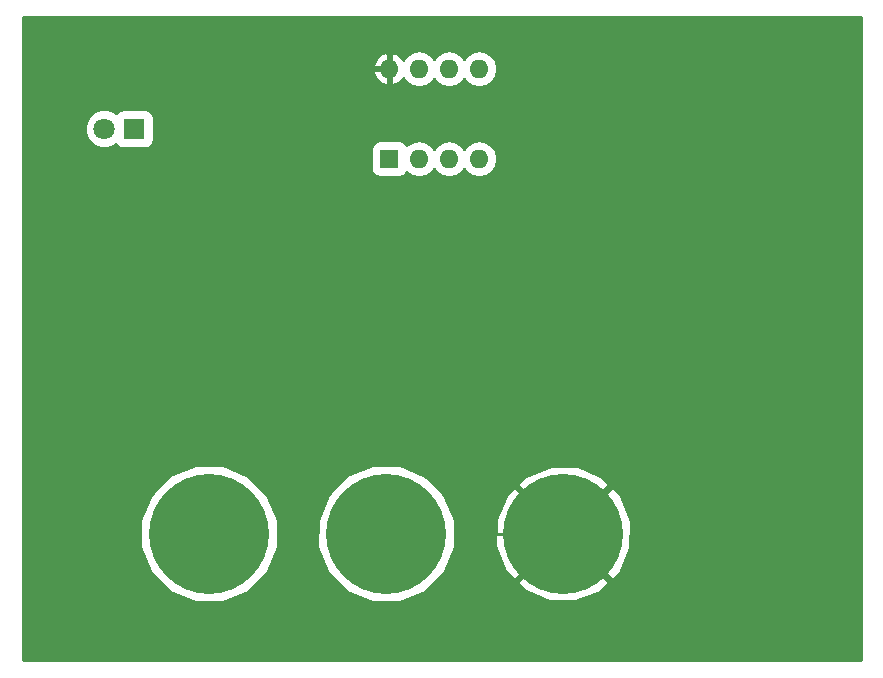
<source format=gbr>
G04 #@! TF.FileFunction,Copper,L2,Bot,Signal*
%FSLAX46Y46*%
G04 Gerber Fmt 4.6, Leading zero omitted, Abs format (unit mm)*
G04 Created by KiCad (PCBNEW 4.0.7) date 05/06/18 20:10:14*
%MOMM*%
%LPD*%
G01*
G04 APERTURE LIST*
%ADD10C,0.100000*%
%ADD11R,1.800000X1.800000*%
%ADD12C,1.800000*%
%ADD13C,10.160000*%
%ADD14R,1.600000X1.600000*%
%ADD15O,1.600000X1.600000*%
%ADD16C,0.600000*%
%ADD17C,0.250000*%
%ADD18C,0.254000*%
G04 APERTURE END LIST*
D10*
D11*
X153670000Y-101600000D03*
D12*
X151130000Y-101600000D03*
D13*
X160020000Y-135890000D03*
X189990000Y-135890000D03*
X175010000Y-135890000D03*
D14*
X175260000Y-104140000D03*
D15*
X182880000Y-96520000D03*
X177800000Y-104140000D03*
X180340000Y-96520000D03*
X180340000Y-104140000D03*
X177800000Y-96520000D03*
X182880000Y-104140000D03*
X175260000Y-96520000D03*
D16*
X166370000Y-97790000D03*
D17*
X189990000Y-135890000D02*
X184150000Y-135890000D01*
X166370000Y-97790000D02*
X166370000Y-118110000D01*
X184150000Y-135890000D02*
X166370000Y-118110000D01*
D18*
G36*
X215190000Y-146610000D02*
X144220000Y-146610000D01*
X144220000Y-137041917D01*
X154202392Y-137041917D01*
X155086051Y-139180535D01*
X156720859Y-140818198D01*
X158857931Y-141705588D01*
X161171917Y-141707608D01*
X163310535Y-140823949D01*
X164948198Y-139189141D01*
X165835588Y-137052069D01*
X165835596Y-137041917D01*
X169192392Y-137041917D01*
X170076051Y-139180535D01*
X171710859Y-140818198D01*
X173847931Y-141705588D01*
X176161917Y-141707608D01*
X178300535Y-140823949D01*
X179139117Y-139986828D01*
X186072777Y-139986828D01*
X186668556Y-140677641D01*
X188753537Y-141584265D01*
X191026758Y-141623989D01*
X193142142Y-140790765D01*
X193311444Y-140677641D01*
X193907223Y-139986828D01*
X189990000Y-136069605D01*
X186072777Y-139986828D01*
X179139117Y-139986828D01*
X179938198Y-139189141D01*
X180825588Y-137052069D01*
X180825697Y-136926758D01*
X184256011Y-136926758D01*
X185089235Y-139042142D01*
X185202359Y-139211444D01*
X185893172Y-139807223D01*
X189810395Y-135890000D01*
X190169605Y-135890000D01*
X194086828Y-139807223D01*
X194777641Y-139211444D01*
X195684265Y-137126463D01*
X195723989Y-134853242D01*
X194890765Y-132737858D01*
X194777641Y-132568556D01*
X194086828Y-131972777D01*
X190169605Y-135890000D01*
X189810395Y-135890000D01*
X185893172Y-131972777D01*
X185202359Y-132568556D01*
X184295735Y-134653537D01*
X184256011Y-136926758D01*
X180825697Y-136926758D01*
X180827608Y-134738083D01*
X179943949Y-132599465D01*
X179139062Y-131793172D01*
X186072777Y-131793172D01*
X189990000Y-135710395D01*
X193907223Y-131793172D01*
X193311444Y-131102359D01*
X191226463Y-130195735D01*
X188953242Y-130156011D01*
X186837858Y-130989235D01*
X186668556Y-131102359D01*
X186072777Y-131793172D01*
X179139062Y-131793172D01*
X178309141Y-130961802D01*
X176172069Y-130074412D01*
X173858083Y-130072392D01*
X171719465Y-130956051D01*
X170081802Y-132590859D01*
X169194412Y-134727931D01*
X169192392Y-137041917D01*
X165835596Y-137041917D01*
X165837608Y-134738083D01*
X164953949Y-132599465D01*
X163319141Y-130961802D01*
X161182069Y-130074412D01*
X158868083Y-130072392D01*
X156729465Y-130956051D01*
X155091802Y-132590859D01*
X154204412Y-134727931D01*
X154202392Y-137041917D01*
X144220000Y-137041917D01*
X144220000Y-103340000D01*
X173708970Y-103340000D01*
X173708970Y-104940000D01*
X173760332Y-105212967D01*
X173921656Y-105463671D01*
X174167807Y-105631859D01*
X174460000Y-105691030D01*
X176060000Y-105691030D01*
X176332967Y-105639668D01*
X176583671Y-105478344D01*
X176728353Y-105266595D01*
X177211969Y-105589737D01*
X177800000Y-105706704D01*
X178388031Y-105589737D01*
X178886540Y-105256644D01*
X179070000Y-104982077D01*
X179253460Y-105256644D01*
X179751969Y-105589737D01*
X180340000Y-105706704D01*
X180928031Y-105589737D01*
X181426540Y-105256644D01*
X181610000Y-104982077D01*
X181793460Y-105256644D01*
X182291969Y-105589737D01*
X182880000Y-105706704D01*
X183468031Y-105589737D01*
X183966540Y-105256644D01*
X184299633Y-104758135D01*
X184416600Y-104170104D01*
X184416600Y-104109896D01*
X184299633Y-103521865D01*
X183966540Y-103023356D01*
X183468031Y-102690263D01*
X182880000Y-102573296D01*
X182291969Y-102690263D01*
X181793460Y-103023356D01*
X181610000Y-103297923D01*
X181426540Y-103023356D01*
X180928031Y-102690263D01*
X180340000Y-102573296D01*
X179751969Y-102690263D01*
X179253460Y-103023356D01*
X179070000Y-103297923D01*
X178886540Y-103023356D01*
X178388031Y-102690263D01*
X177800000Y-102573296D01*
X177211969Y-102690263D01*
X176726119Y-103014897D01*
X176598344Y-102816329D01*
X176352193Y-102648141D01*
X176060000Y-102588970D01*
X174460000Y-102588970D01*
X174187033Y-102640332D01*
X173936329Y-102801656D01*
X173768141Y-103047807D01*
X173708970Y-103340000D01*
X144220000Y-103340000D01*
X144220000Y-101924112D01*
X149493116Y-101924112D01*
X149741749Y-102525848D01*
X150201730Y-102986633D01*
X150803032Y-103236315D01*
X151454112Y-103236884D01*
X152055848Y-102988251D01*
X152149016Y-102895245D01*
X152231656Y-103023671D01*
X152477807Y-103191859D01*
X152770000Y-103251030D01*
X154570000Y-103251030D01*
X154842967Y-103199668D01*
X155093671Y-103038344D01*
X155261859Y-102792193D01*
X155321030Y-102500000D01*
X155321030Y-100700000D01*
X155269668Y-100427033D01*
X155108344Y-100176329D01*
X154862193Y-100008141D01*
X154570000Y-99948970D01*
X152770000Y-99948970D01*
X152497033Y-100000332D01*
X152246329Y-100161656D01*
X152148938Y-100304193D01*
X152058270Y-100213367D01*
X151456968Y-99963685D01*
X150805888Y-99963116D01*
X150204152Y-100211749D01*
X149743367Y-100671730D01*
X149493685Y-101273032D01*
X149493116Y-101924112D01*
X144220000Y-101924112D01*
X144220000Y-96869041D01*
X173868086Y-96869041D01*
X174107611Y-97375134D01*
X174522577Y-97751041D01*
X174910961Y-97911904D01*
X175133000Y-97789915D01*
X175133000Y-96647000D01*
X173989371Y-96647000D01*
X173868086Y-96869041D01*
X144220000Y-96869041D01*
X144220000Y-96170959D01*
X173868086Y-96170959D01*
X173989371Y-96393000D01*
X175133000Y-96393000D01*
X175133000Y-95250085D01*
X175387000Y-95250085D01*
X175387000Y-96393000D01*
X175407000Y-96393000D01*
X175407000Y-96647000D01*
X175387000Y-96647000D01*
X175387000Y-97789915D01*
X175609039Y-97911904D01*
X175997423Y-97751041D01*
X176412389Y-97375134D01*
X176464771Y-97264455D01*
X176713460Y-97636644D01*
X177211969Y-97969737D01*
X177800000Y-98086704D01*
X178388031Y-97969737D01*
X178886540Y-97636644D01*
X179070000Y-97362077D01*
X179253460Y-97636644D01*
X179751969Y-97969737D01*
X180340000Y-98086704D01*
X180928031Y-97969737D01*
X181426540Y-97636644D01*
X181610000Y-97362077D01*
X181793460Y-97636644D01*
X182291969Y-97969737D01*
X182880000Y-98086704D01*
X183468031Y-97969737D01*
X183966540Y-97636644D01*
X184299633Y-97138135D01*
X184416600Y-96550104D01*
X184416600Y-96489896D01*
X184299633Y-95901865D01*
X183966540Y-95403356D01*
X183468031Y-95070263D01*
X182880000Y-94953296D01*
X182291969Y-95070263D01*
X181793460Y-95403356D01*
X181610000Y-95677923D01*
X181426540Y-95403356D01*
X180928031Y-95070263D01*
X180340000Y-94953296D01*
X179751969Y-95070263D01*
X179253460Y-95403356D01*
X179070000Y-95677923D01*
X178886540Y-95403356D01*
X178388031Y-95070263D01*
X177800000Y-94953296D01*
X177211969Y-95070263D01*
X176713460Y-95403356D01*
X176464771Y-95775545D01*
X176412389Y-95664866D01*
X175997423Y-95288959D01*
X175609039Y-95128096D01*
X175387000Y-95250085D01*
X175133000Y-95250085D01*
X174910961Y-95128096D01*
X174522577Y-95288959D01*
X174107611Y-95664866D01*
X173868086Y-96170959D01*
X144220000Y-96170959D01*
X144220000Y-92150000D01*
X215190000Y-92150000D01*
X215190000Y-146610000D01*
X215190000Y-146610000D01*
G37*
X215190000Y-146610000D02*
X144220000Y-146610000D01*
X144220000Y-137041917D01*
X154202392Y-137041917D01*
X155086051Y-139180535D01*
X156720859Y-140818198D01*
X158857931Y-141705588D01*
X161171917Y-141707608D01*
X163310535Y-140823949D01*
X164948198Y-139189141D01*
X165835588Y-137052069D01*
X165835596Y-137041917D01*
X169192392Y-137041917D01*
X170076051Y-139180535D01*
X171710859Y-140818198D01*
X173847931Y-141705588D01*
X176161917Y-141707608D01*
X178300535Y-140823949D01*
X179139117Y-139986828D01*
X186072777Y-139986828D01*
X186668556Y-140677641D01*
X188753537Y-141584265D01*
X191026758Y-141623989D01*
X193142142Y-140790765D01*
X193311444Y-140677641D01*
X193907223Y-139986828D01*
X189990000Y-136069605D01*
X186072777Y-139986828D01*
X179139117Y-139986828D01*
X179938198Y-139189141D01*
X180825588Y-137052069D01*
X180825697Y-136926758D01*
X184256011Y-136926758D01*
X185089235Y-139042142D01*
X185202359Y-139211444D01*
X185893172Y-139807223D01*
X189810395Y-135890000D01*
X190169605Y-135890000D01*
X194086828Y-139807223D01*
X194777641Y-139211444D01*
X195684265Y-137126463D01*
X195723989Y-134853242D01*
X194890765Y-132737858D01*
X194777641Y-132568556D01*
X194086828Y-131972777D01*
X190169605Y-135890000D01*
X189810395Y-135890000D01*
X185893172Y-131972777D01*
X185202359Y-132568556D01*
X184295735Y-134653537D01*
X184256011Y-136926758D01*
X180825697Y-136926758D01*
X180827608Y-134738083D01*
X179943949Y-132599465D01*
X179139062Y-131793172D01*
X186072777Y-131793172D01*
X189990000Y-135710395D01*
X193907223Y-131793172D01*
X193311444Y-131102359D01*
X191226463Y-130195735D01*
X188953242Y-130156011D01*
X186837858Y-130989235D01*
X186668556Y-131102359D01*
X186072777Y-131793172D01*
X179139062Y-131793172D01*
X178309141Y-130961802D01*
X176172069Y-130074412D01*
X173858083Y-130072392D01*
X171719465Y-130956051D01*
X170081802Y-132590859D01*
X169194412Y-134727931D01*
X169192392Y-137041917D01*
X165835596Y-137041917D01*
X165837608Y-134738083D01*
X164953949Y-132599465D01*
X163319141Y-130961802D01*
X161182069Y-130074412D01*
X158868083Y-130072392D01*
X156729465Y-130956051D01*
X155091802Y-132590859D01*
X154204412Y-134727931D01*
X154202392Y-137041917D01*
X144220000Y-137041917D01*
X144220000Y-103340000D01*
X173708970Y-103340000D01*
X173708970Y-104940000D01*
X173760332Y-105212967D01*
X173921656Y-105463671D01*
X174167807Y-105631859D01*
X174460000Y-105691030D01*
X176060000Y-105691030D01*
X176332967Y-105639668D01*
X176583671Y-105478344D01*
X176728353Y-105266595D01*
X177211969Y-105589737D01*
X177800000Y-105706704D01*
X178388031Y-105589737D01*
X178886540Y-105256644D01*
X179070000Y-104982077D01*
X179253460Y-105256644D01*
X179751969Y-105589737D01*
X180340000Y-105706704D01*
X180928031Y-105589737D01*
X181426540Y-105256644D01*
X181610000Y-104982077D01*
X181793460Y-105256644D01*
X182291969Y-105589737D01*
X182880000Y-105706704D01*
X183468031Y-105589737D01*
X183966540Y-105256644D01*
X184299633Y-104758135D01*
X184416600Y-104170104D01*
X184416600Y-104109896D01*
X184299633Y-103521865D01*
X183966540Y-103023356D01*
X183468031Y-102690263D01*
X182880000Y-102573296D01*
X182291969Y-102690263D01*
X181793460Y-103023356D01*
X181610000Y-103297923D01*
X181426540Y-103023356D01*
X180928031Y-102690263D01*
X180340000Y-102573296D01*
X179751969Y-102690263D01*
X179253460Y-103023356D01*
X179070000Y-103297923D01*
X178886540Y-103023356D01*
X178388031Y-102690263D01*
X177800000Y-102573296D01*
X177211969Y-102690263D01*
X176726119Y-103014897D01*
X176598344Y-102816329D01*
X176352193Y-102648141D01*
X176060000Y-102588970D01*
X174460000Y-102588970D01*
X174187033Y-102640332D01*
X173936329Y-102801656D01*
X173768141Y-103047807D01*
X173708970Y-103340000D01*
X144220000Y-103340000D01*
X144220000Y-101924112D01*
X149493116Y-101924112D01*
X149741749Y-102525848D01*
X150201730Y-102986633D01*
X150803032Y-103236315D01*
X151454112Y-103236884D01*
X152055848Y-102988251D01*
X152149016Y-102895245D01*
X152231656Y-103023671D01*
X152477807Y-103191859D01*
X152770000Y-103251030D01*
X154570000Y-103251030D01*
X154842967Y-103199668D01*
X155093671Y-103038344D01*
X155261859Y-102792193D01*
X155321030Y-102500000D01*
X155321030Y-100700000D01*
X155269668Y-100427033D01*
X155108344Y-100176329D01*
X154862193Y-100008141D01*
X154570000Y-99948970D01*
X152770000Y-99948970D01*
X152497033Y-100000332D01*
X152246329Y-100161656D01*
X152148938Y-100304193D01*
X152058270Y-100213367D01*
X151456968Y-99963685D01*
X150805888Y-99963116D01*
X150204152Y-100211749D01*
X149743367Y-100671730D01*
X149493685Y-101273032D01*
X149493116Y-101924112D01*
X144220000Y-101924112D01*
X144220000Y-96869041D01*
X173868086Y-96869041D01*
X174107611Y-97375134D01*
X174522577Y-97751041D01*
X174910961Y-97911904D01*
X175133000Y-97789915D01*
X175133000Y-96647000D01*
X173989371Y-96647000D01*
X173868086Y-96869041D01*
X144220000Y-96869041D01*
X144220000Y-96170959D01*
X173868086Y-96170959D01*
X173989371Y-96393000D01*
X175133000Y-96393000D01*
X175133000Y-95250085D01*
X175387000Y-95250085D01*
X175387000Y-96393000D01*
X175407000Y-96393000D01*
X175407000Y-96647000D01*
X175387000Y-96647000D01*
X175387000Y-97789915D01*
X175609039Y-97911904D01*
X175997423Y-97751041D01*
X176412389Y-97375134D01*
X176464771Y-97264455D01*
X176713460Y-97636644D01*
X177211969Y-97969737D01*
X177800000Y-98086704D01*
X178388031Y-97969737D01*
X178886540Y-97636644D01*
X179070000Y-97362077D01*
X179253460Y-97636644D01*
X179751969Y-97969737D01*
X180340000Y-98086704D01*
X180928031Y-97969737D01*
X181426540Y-97636644D01*
X181610000Y-97362077D01*
X181793460Y-97636644D01*
X182291969Y-97969737D01*
X182880000Y-98086704D01*
X183468031Y-97969737D01*
X183966540Y-97636644D01*
X184299633Y-97138135D01*
X184416600Y-96550104D01*
X184416600Y-96489896D01*
X184299633Y-95901865D01*
X183966540Y-95403356D01*
X183468031Y-95070263D01*
X182880000Y-94953296D01*
X182291969Y-95070263D01*
X181793460Y-95403356D01*
X181610000Y-95677923D01*
X181426540Y-95403356D01*
X180928031Y-95070263D01*
X180340000Y-94953296D01*
X179751969Y-95070263D01*
X179253460Y-95403356D01*
X179070000Y-95677923D01*
X178886540Y-95403356D01*
X178388031Y-95070263D01*
X177800000Y-94953296D01*
X177211969Y-95070263D01*
X176713460Y-95403356D01*
X176464771Y-95775545D01*
X176412389Y-95664866D01*
X175997423Y-95288959D01*
X175609039Y-95128096D01*
X175387000Y-95250085D01*
X175133000Y-95250085D01*
X174910961Y-95128096D01*
X174522577Y-95288959D01*
X174107611Y-95664866D01*
X173868086Y-96170959D01*
X144220000Y-96170959D01*
X144220000Y-92150000D01*
X215190000Y-92150000D01*
X215190000Y-146610000D01*
M02*

</source>
